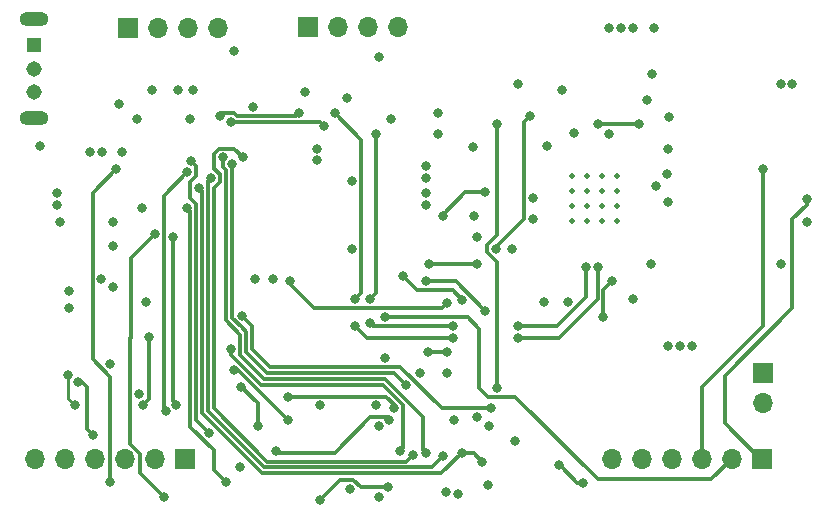
<source format=gbl>
G04 #@! TF.GenerationSoftware,KiCad,Pcbnew,7.0.1*
G04 #@! TF.CreationDate,2023-04-23T22:15:52+02:00*
G04 #@! TF.ProjectId,ED060SC4_SPI_driver_board,45443036-3053-4433-945f-5350495f6472,rev?*
G04 #@! TF.SameCoordinates,Original*
G04 #@! TF.FileFunction,Copper,L4,Bot*
G04 #@! TF.FilePolarity,Positive*
%FSLAX46Y46*%
G04 Gerber Fmt 4.6, Leading zero omitted, Abs format (unit mm)*
G04 Created by KiCad (PCBNEW 7.0.1) date 2023-04-23 22:15:52*
%MOMM*%
%LPD*%
G01*
G04 APERTURE LIST*
G04 #@! TA.AperFunction,ComponentPad*
%ADD10C,0.508000*%
G04 #@! TD*
G04 #@! TA.AperFunction,ComponentPad*
%ADD11R,1.700000X1.700000*%
G04 #@! TD*
G04 #@! TA.AperFunction,ComponentPad*
%ADD12O,1.700000X1.700000*%
G04 #@! TD*
G04 #@! TA.AperFunction,ComponentPad*
%ADD13R,1.308000X1.308000*%
G04 #@! TD*
G04 #@! TA.AperFunction,ComponentPad*
%ADD14C,1.308000*%
G04 #@! TD*
G04 #@! TA.AperFunction,ComponentPad*
%ADD15O,2.460000X1.230000*%
G04 #@! TD*
G04 #@! TA.AperFunction,ViaPad*
%ADD16C,0.800000*%
G04 #@! TD*
G04 #@! TA.AperFunction,Conductor*
%ADD17C,0.300000*%
G04 #@! TD*
G04 #@! TA.AperFunction,Conductor*
%ADD18C,0.250000*%
G04 #@! TD*
G04 APERTURE END LIST*
D10*
X97845000Y-67530000D03*
X97845000Y-68800000D03*
X97845000Y-70070000D03*
X97845000Y-71340000D03*
X99115000Y-67530000D03*
X99115000Y-68800000D03*
X99115000Y-70070000D03*
X99115000Y-71340000D03*
X100385000Y-67530000D03*
X100385000Y-68800000D03*
X100385000Y-70070000D03*
X100385000Y-71340000D03*
X101655000Y-67530000D03*
X101655000Y-68800000D03*
X101655000Y-70070000D03*
X101655000Y-71340000D03*
D11*
X114000000Y-84210000D03*
D12*
X114000000Y-86750000D03*
D11*
X113910000Y-91500000D03*
D12*
X111370000Y-91500000D03*
X108830000Y-91500000D03*
X106290000Y-91500000D03*
X103750000Y-91500000D03*
X101210000Y-91500000D03*
D11*
X75450000Y-54975000D03*
D12*
X77990000Y-54975000D03*
X80530000Y-54975000D03*
X83070000Y-54975000D03*
D13*
X52312500Y-56500000D03*
D14*
X52312500Y-58500000D03*
X52312500Y-60500000D03*
D15*
X52312500Y-54300000D03*
X52312500Y-62700000D03*
D11*
X65043200Y-91500000D03*
D12*
X62503200Y-91500000D03*
X59963200Y-91500000D03*
X57423200Y-91500000D03*
X54883200Y-91500000D03*
X52343200Y-91500000D03*
D11*
X60210000Y-55000000D03*
D12*
X62750000Y-55000000D03*
X65290000Y-55000000D03*
X67830000Y-55000000D03*
D16*
X82484165Y-62765835D03*
X81515835Y-57484165D03*
X70801331Y-61770500D03*
X69250000Y-57000000D03*
X57979500Y-76250000D03*
X104750000Y-55000000D03*
X90500000Y-79000000D03*
X85484165Y-76484165D03*
X101234057Y-76484273D03*
X100500000Y-79500000D03*
X55750000Y-87000000D03*
X55185004Y-84456670D03*
X115500000Y-75000000D03*
X107000000Y-82000000D03*
X85500000Y-69000000D03*
X88142311Y-94500500D03*
X54250000Y-70000000D03*
X79004578Y-94045781D03*
X104980746Y-68435500D03*
X59500000Y-61500000D03*
X54250000Y-69000000D03*
X59000000Y-71500000D03*
X59000000Y-73500000D03*
X52750000Y-65000000D03*
X104174189Y-61156989D03*
X71000000Y-76250000D03*
X86500000Y-64000000D03*
X85500000Y-70000000D03*
X93250000Y-59815000D03*
X95500000Y-78250000D03*
X65750000Y-60250000D03*
X54500000Y-71500000D03*
X89750000Y-88000000D03*
X87250000Y-84250000D03*
X61408023Y-70281502D03*
X97000000Y-60250000D03*
X85500000Y-66750000D03*
X76500000Y-87000000D03*
X106000000Y-65250000D03*
X57000000Y-65500000D03*
X89500000Y-71000000D03*
X94499500Y-69440546D03*
X101000000Y-64000000D03*
X82000000Y-83000500D03*
X93000000Y-90000000D03*
X94499500Y-71250000D03*
X89425713Y-65074287D03*
X69750000Y-92250000D03*
X95750000Y-65000000D03*
X61750000Y-78250000D03*
X65529977Y-62720023D03*
X105874954Y-67435000D03*
X106000000Y-82000000D03*
X61190046Y-86000000D03*
X55250000Y-78750000D03*
X108000000Y-82000000D03*
X106042214Y-62599364D03*
X85000000Y-84250000D03*
X104610100Y-58939526D03*
X61000000Y-62750000D03*
X97500000Y-78250000D03*
X116500000Y-59750000D03*
X106000000Y-69750000D03*
X85500000Y-67750000D03*
X89750000Y-72750000D03*
X58000000Y-65500000D03*
X86500000Y-62250000D03*
X117750000Y-71500000D03*
X103000000Y-78000000D03*
X115500000Y-59750000D03*
X81500000Y-94750000D03*
X76250000Y-66250000D03*
X58750000Y-83500000D03*
X79250000Y-68000000D03*
X55250000Y-77287500D03*
X92750000Y-73750000D03*
X97970023Y-63964977D03*
X62250000Y-60250000D03*
X59000000Y-77000000D03*
X59750000Y-65500000D03*
X75250000Y-60500000D03*
X72500000Y-76250000D03*
X76250000Y-65250497D03*
X103000000Y-55000000D03*
X78750000Y-61000000D03*
X64500000Y-60250000D03*
X104500000Y-75000000D03*
X79250000Y-73750000D03*
X101000000Y-55000000D03*
X102000000Y-55000000D03*
X103500000Y-63185000D03*
X100000000Y-63185000D03*
X68500000Y-93500000D03*
X65250000Y-70250000D03*
X64024000Y-72750000D03*
X64331637Y-86945576D03*
X59250000Y-67000000D03*
X58750000Y-93500000D03*
X82279500Y-93918363D03*
X63250000Y-94750000D03*
X62524500Y-72500000D03*
X76500000Y-94999500D03*
X82331637Y-88195576D03*
X65566070Y-66301789D03*
X67137917Y-89362083D03*
X72750000Y-90840385D03*
X65250000Y-67250000D03*
X63500000Y-87500000D03*
X82750000Y-87250000D03*
X73750000Y-86250000D03*
X69220023Y-84029977D03*
X73750000Y-88250000D03*
X83286945Y-90839885D03*
X68999500Y-82250000D03*
X70000000Y-66000000D03*
X84410376Y-91160376D03*
X83750000Y-85250000D03*
X69081637Y-66554424D03*
X85500000Y-91000000D03*
X68250000Y-66000000D03*
X86930000Y-91320000D03*
X67250000Y-67750000D03*
X90250000Y-91750000D03*
X88500000Y-91000000D03*
X66249500Y-68560308D03*
X69924099Y-79407038D03*
X91000000Y-87250000D03*
X61500000Y-87000000D03*
X61989453Y-81200593D03*
X56000000Y-85000000D03*
X57279977Y-89529977D03*
X88559954Y-78059954D03*
X83500000Y-76000000D03*
X76875000Y-63375000D03*
X80750000Y-78000500D03*
X93250000Y-80250000D03*
X68924668Y-63007904D03*
X81250000Y-64000000D03*
X99000000Y-75250000D03*
X87750000Y-80250000D03*
X80750000Y-80000000D03*
X100000000Y-75250000D03*
X87750000Y-81250000D03*
X68000000Y-62500000D03*
X79500000Y-80250000D03*
X77750000Y-62250000D03*
X74750000Y-62250000D03*
X93250000Y-81250000D03*
X79500000Y-78000500D03*
X94250000Y-62500500D03*
X87250000Y-82500000D03*
X85675500Y-82500000D03*
X91402695Y-73734197D03*
X86900500Y-71000000D03*
X90500000Y-68934500D03*
X85750000Y-75000000D03*
X89779977Y-75029977D03*
X87242227Y-78317727D03*
X74000000Y-76500000D03*
X71250000Y-88750000D03*
X82000000Y-79500000D03*
X69845023Y-85404977D03*
X114000000Y-67000000D03*
X117750000Y-69500000D03*
X98750000Y-93524500D03*
X96750000Y-92025500D03*
X81500000Y-88750000D03*
X90779977Y-88720023D03*
X87154977Y-94345023D03*
X91500000Y-63185500D03*
X90750000Y-93750000D03*
X91500000Y-85500000D03*
X87830000Y-88250000D03*
X81250000Y-87000000D03*
D17*
X68000000Y-62500000D02*
X68222096Y-62277904D01*
X68222096Y-62277904D02*
X69227044Y-62277904D01*
X69227044Y-62277904D02*
X69449140Y-62500000D01*
X69449140Y-62500000D02*
X74500000Y-62500000D01*
X74500000Y-62500000D02*
X74750000Y-62250000D01*
X103500000Y-63185000D02*
X100000000Y-63185000D01*
X90500000Y-79000000D02*
X90500000Y-78967624D01*
X90500000Y-78967624D02*
X88016541Y-76484165D01*
X88016541Y-76484165D02*
X85484165Y-76484165D01*
X100500000Y-79500000D02*
X100500000Y-77218330D01*
X100500000Y-77218330D02*
X101234057Y-76484273D01*
X117750000Y-69500000D02*
X117750000Y-70000000D01*
X117750000Y-70000000D02*
X116500000Y-71250000D01*
X116500000Y-71250000D02*
X116500000Y-78750000D01*
X116500000Y-78750000D02*
X110750000Y-84500000D01*
X110750000Y-84500000D02*
X110750000Y-88500000D01*
X110750000Y-88500000D02*
X113750000Y-91500000D01*
X113750000Y-91500000D02*
X113910000Y-91500000D01*
X114000000Y-67000000D02*
X114000000Y-80250000D01*
X114000000Y-80250000D02*
X108830000Y-85420000D01*
X108830000Y-85420000D02*
X108830000Y-91500000D01*
D18*
X55185004Y-86435004D02*
X55185004Y-84456670D01*
X55750000Y-87000000D02*
X55185004Y-86435004D01*
D17*
X57279977Y-89529977D02*
X56750000Y-89000000D01*
X56750000Y-89000000D02*
X56750000Y-85439339D01*
X56750000Y-85439339D02*
X56310661Y-85000000D01*
X56310661Y-85000000D02*
X56000000Y-85000000D01*
X67500000Y-90784827D02*
X67500000Y-92500000D01*
X65250000Y-70250000D02*
X65500000Y-70500000D01*
X65500000Y-70500000D02*
X65500000Y-88784827D01*
X67500000Y-92500000D02*
X68500000Y-93500000D01*
X65500000Y-88784827D02*
X67500000Y-90784827D01*
X64331637Y-86945576D02*
X64024000Y-86637939D01*
X64024000Y-86637939D02*
X64024000Y-72750000D01*
X57250000Y-69000000D02*
X57250000Y-83060661D01*
X57250000Y-83060661D02*
X58750000Y-84560661D01*
X59250000Y-67000000D02*
X57250000Y-69000000D01*
X58750000Y-84560661D02*
X58750000Y-93500000D01*
X82279500Y-93918363D02*
X79937821Y-93918363D01*
X79315239Y-93295781D02*
X78203719Y-93295781D01*
X60500000Y-81250000D02*
X60500000Y-74524500D01*
X63250000Y-94750000D02*
X61250000Y-92750000D01*
X60500000Y-74524500D02*
X62524500Y-72500000D01*
X61250000Y-91089743D02*
X60440046Y-90279789D01*
X60440046Y-81309954D02*
X60500000Y-81250000D01*
X60440046Y-90279789D02*
X60440046Y-81309954D01*
X79937821Y-93918363D02*
X79315239Y-93295781D01*
X61250000Y-92750000D02*
X61250000Y-91089743D01*
X78203719Y-93295781D02*
X76500000Y-94999500D01*
X72750000Y-90840385D02*
X72909615Y-91000000D01*
X82136061Y-88000000D02*
X82331637Y-88195576D01*
X66000000Y-69939339D02*
X65500000Y-69439339D01*
X77750000Y-91000000D02*
X80750000Y-88000000D01*
X67137917Y-89362083D02*
X66000000Y-88224166D01*
X66000000Y-67560661D02*
X66000000Y-66735719D01*
X80750000Y-88000000D02*
X82136061Y-88000000D01*
X72909615Y-91000000D02*
X77750000Y-91000000D01*
X65500000Y-69439339D02*
X65500000Y-68060661D01*
X65500000Y-68060661D02*
X66000000Y-67560661D01*
X66000000Y-88224166D02*
X66000000Y-69939339D01*
X66000000Y-66735719D02*
X65566070Y-66301789D01*
X63500000Y-87500000D02*
X63274500Y-87274500D01*
X63274500Y-87274500D02*
X63274500Y-69225500D01*
X63274500Y-69225500D02*
X65250000Y-67250000D01*
X82103555Y-86250000D02*
X73750000Y-86250000D01*
X82750000Y-87250000D02*
X82750000Y-86896445D01*
X82750000Y-86896445D02*
X82103555Y-86250000D01*
X69529977Y-84029977D02*
X69220023Y-84029977D01*
X73750000Y-88250000D02*
X69529977Y-84029977D01*
X69000000Y-82250500D02*
X69000000Y-82750000D01*
X69000000Y-82750000D02*
X71500000Y-85250000D01*
X71500000Y-85250000D02*
X81810661Y-85250000D01*
X83500000Y-90626830D02*
X83286945Y-90839885D01*
X83500000Y-86939339D02*
X83500000Y-90626830D01*
X68999500Y-82250000D02*
X69000000Y-82250500D01*
X81810661Y-85250000D02*
X83500000Y-86939339D01*
X68000000Y-68060661D02*
X68000000Y-67439339D01*
X67500000Y-87250000D02*
X67500000Y-68560661D01*
X69250000Y-65250000D02*
X70000000Y-66000000D01*
X67500000Y-66939339D02*
X67500000Y-65689339D01*
X67500000Y-68560661D02*
X68000000Y-68060661D01*
X68000000Y-67439339D02*
X67500000Y-66939339D01*
X83820752Y-91750000D02*
X72000000Y-91750000D01*
X67939339Y-65250000D02*
X69250000Y-65250000D01*
X72000000Y-91750000D02*
X67500000Y-87250000D01*
X84410376Y-91160376D02*
X83820752Y-91750000D01*
X67500000Y-65689339D02*
X67939339Y-65250000D01*
X70250000Y-80792894D02*
X70250000Y-82500000D01*
X69081637Y-79624531D02*
X69853553Y-80396447D01*
X69081637Y-66554424D02*
X69081637Y-79624531D01*
X75750000Y-84250000D02*
X82750000Y-84250000D01*
X72000000Y-84250000D02*
X75750000Y-84250000D01*
X70250000Y-82500000D02*
X72000000Y-84250000D01*
X69853553Y-80396447D02*
X70250000Y-80792894D01*
X82750000Y-84250000D02*
X83750000Y-85250000D01*
X69749500Y-80999500D02*
X68500000Y-79750000D01*
X71750000Y-84750000D02*
X69749500Y-82749500D01*
X85250000Y-87982233D02*
X82017767Y-84750000D01*
X82017767Y-84750000D02*
X71750000Y-84750000D01*
X68250000Y-66783448D02*
X68250000Y-66000000D01*
X85250000Y-90750000D02*
X85250000Y-87982233D01*
X85500000Y-91000000D02*
X85250000Y-90750000D01*
X69749500Y-82749500D02*
X69749500Y-80999500D01*
X68500000Y-67033448D02*
X68250000Y-66783448D01*
X68500000Y-79750000D02*
X68500000Y-67033448D01*
X67250000Y-67750000D02*
X67000000Y-68000000D01*
X71792894Y-92250000D02*
X86000000Y-92250000D01*
X67000000Y-87457106D02*
X71792894Y-92250000D01*
X67000000Y-68000000D02*
X67000000Y-87457106D01*
X86000000Y-92250000D02*
X86930000Y-91320000D01*
X66500000Y-87664212D02*
X71585788Y-92750000D01*
X90250000Y-91750000D02*
X89500000Y-91000000D01*
X86750000Y-92750000D02*
X88500000Y-91000000D01*
X66500000Y-68810808D02*
X66500000Y-87664212D01*
X71585788Y-92750000D02*
X86750000Y-92750000D01*
X66249500Y-68560308D02*
X66500000Y-68810808D01*
X89500000Y-91000000D02*
X88500000Y-91000000D01*
X91000000Y-87250000D02*
X86810661Y-87250000D01*
X70750000Y-80232939D02*
X69924099Y-79407038D01*
X70750000Y-82250000D02*
X70750000Y-80232939D01*
X72250000Y-83750000D02*
X70750000Y-82250000D01*
X83310661Y-83750000D02*
X72250000Y-83750000D01*
X86810661Y-87250000D02*
X83310661Y-83750000D01*
X62038860Y-86461140D02*
X61500000Y-87000000D01*
X61989453Y-81200593D02*
X62038860Y-81250000D01*
X62038860Y-81250000D02*
X62038860Y-86461140D01*
X87750000Y-77250000D02*
X88559954Y-78059954D01*
X83500000Y-76000000D02*
X84750000Y-77250000D01*
X84750000Y-77250000D02*
X87750000Y-77250000D01*
X99000000Y-77810661D02*
X96560661Y-80250000D01*
X81000000Y-80250000D02*
X87750000Y-80250000D01*
X99000000Y-75250000D02*
X99000000Y-77810661D01*
X80750000Y-78000500D02*
X81250000Y-77500500D01*
X80750000Y-80000000D02*
X81000000Y-80250000D01*
X76875000Y-63375000D02*
X76507904Y-63007904D01*
X96560661Y-80250000D02*
X93250000Y-80250000D01*
X76507904Y-63007904D02*
X68924668Y-63007904D01*
X81250000Y-77500500D02*
X81250000Y-64000000D01*
X100000000Y-78000000D02*
X96750000Y-81250000D01*
X79500000Y-78000500D02*
X80000000Y-77500500D01*
X80500000Y-81250000D02*
X87750000Y-81250000D01*
X79500000Y-80250000D02*
X80500000Y-81250000D01*
X96750000Y-81250000D02*
X93250000Y-81250000D01*
X80000000Y-64500000D02*
X77750000Y-62250000D01*
X80000000Y-77500500D02*
X80000000Y-64500000D01*
X100000000Y-75250000D02*
X100000000Y-78000000D01*
X91402695Y-73734197D02*
X91402695Y-73597305D01*
X87250000Y-82500000D02*
X85675500Y-82500000D01*
X91402695Y-73597305D02*
X93750000Y-71250000D01*
X93750000Y-71250000D02*
X93750000Y-63000500D01*
X93750000Y-63000500D02*
X94250000Y-62500500D01*
X88815500Y-68934500D02*
X90500000Y-68934500D01*
X86900500Y-70849500D02*
X88815500Y-68934500D01*
X86900500Y-71000000D02*
X86900500Y-70849500D01*
X85750000Y-75000000D02*
X89750000Y-75000000D01*
X89750000Y-75000000D02*
X89779977Y-75029977D01*
X86809954Y-78750000D02*
X76000000Y-78750000D01*
X87242227Y-78317727D02*
X86809954Y-78750000D01*
X76000000Y-78750000D02*
X74000000Y-76750000D01*
X74000000Y-76750000D02*
X74000000Y-76500000D01*
X71250000Y-86809954D02*
X71250000Y-88750000D01*
X111370000Y-91500000D02*
X109620000Y-93250000D01*
X89000000Y-79500000D02*
X82000000Y-79500000D01*
X69845023Y-85404977D02*
X71250000Y-86809954D01*
X90750000Y-86250000D02*
X90000000Y-85500000D01*
X90000000Y-80500000D02*
X89000000Y-79500000D01*
X93000000Y-86250000D02*
X90750000Y-86250000D01*
X109620000Y-93250000D02*
X100000000Y-93250000D01*
X90000000Y-85500000D02*
X90000000Y-80500000D01*
X100000000Y-93250000D02*
X93000000Y-86250000D01*
X98274500Y-93524500D02*
X97000000Y-92250000D01*
X97000000Y-92250000D02*
X96974500Y-92250000D01*
X96974500Y-92250000D02*
X96750000Y-92025500D01*
X98750000Y-93524500D02*
X98274500Y-93524500D01*
X90652695Y-73423536D02*
X91500000Y-72576231D01*
X91500000Y-85500000D02*
X91500000Y-74892163D01*
X91500000Y-72576231D02*
X91500000Y-63185500D01*
X91500000Y-74892163D02*
X90652695Y-74044858D01*
X90652695Y-74044858D02*
X90652695Y-73423536D01*
M02*

</source>
